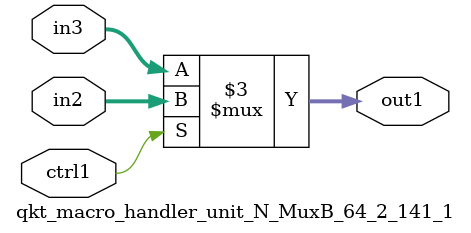
<source format=v>

`timescale 1ps / 1ps


module qkt_macro_handler_unit_N_MuxB_64_2_141_1( in3, in2, ctrl1, out1 );

    input [63:0] in3;
    input [63:0] in2;
    input ctrl1;
    output [63:0] out1;
    reg [63:0] out1;

    
    // rtl_process:qkt_macro_handler_unit_N_MuxB_64_2_141_1/qkt_macro_handler_unit_N_MuxB_64_2_141_1_thread_1
    always @*
      begin : qkt_macro_handler_unit_N_MuxB_64_2_141_1_thread_1
        case (ctrl1) 
          1'b1: 
            begin
              out1 = in2;
            end
          default: 
            begin
              out1 = in3;
            end
        endcase
      end

endmodule



</source>
